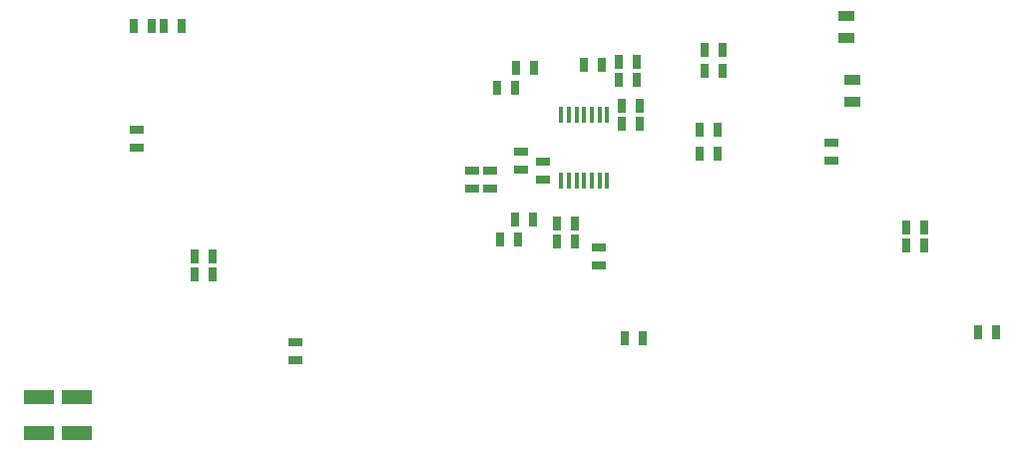
<source format=gbp>
G04 (created by PCBNEW (2013-07-07 BZR 4022)-stable) date 01/02/2015 03:27:20*
%MOIN*%
G04 Gerber Fmt 3.4, Leading zero omitted, Abs format*
%FSLAX34Y34*%
G01*
G70*
G90*
G04 APERTURE LIST*
%ADD10C,0.00590551*%
%ADD11R,0.017X0.055*%
%ADD12R,0.025X0.045*%
%ADD13R,0.045X0.025*%
%ADD14R,0.1X0.05*%
%ADD15R,0.055X0.035*%
G04 APERTURE END LIST*
G54D10*
G54D11*
X63760Y-40100D03*
X63510Y-40100D03*
X63250Y-40100D03*
X63000Y-40100D03*
X62740Y-40100D03*
X62485Y-40100D03*
X62230Y-40100D03*
X62230Y-37900D03*
X62485Y-37900D03*
X62740Y-37900D03*
X63000Y-37900D03*
X63255Y-37900D03*
X63510Y-37900D03*
X63765Y-37900D03*
G54D12*
X64266Y-37598D03*
X64866Y-37598D03*
G54D13*
X61614Y-40063D03*
X61614Y-39463D03*
G54D12*
X64266Y-38188D03*
X64866Y-38188D03*
X73755Y-42244D03*
X74355Y-42244D03*
X74355Y-41653D03*
X73755Y-41653D03*
X49975Y-43228D03*
X50575Y-43228D03*
X50575Y-42637D03*
X49975Y-42637D03*
X62701Y-42125D03*
X62101Y-42125D03*
X62101Y-41535D03*
X62701Y-41535D03*
G54D13*
X71240Y-39414D03*
X71240Y-38814D03*
G54D14*
X46062Y-48513D03*
X46062Y-47313D03*
X44803Y-48513D03*
X44803Y-47313D03*
G54D15*
X71968Y-36711D03*
X71968Y-37461D03*
X71771Y-35335D03*
X71771Y-34585D03*
G54D13*
X48050Y-38400D03*
X48050Y-39000D03*
G54D12*
X48951Y-34921D03*
X49551Y-34921D03*
X47967Y-34921D03*
X48567Y-34921D03*
X60100Y-37000D03*
X60700Y-37000D03*
X66845Y-38385D03*
X67445Y-38385D03*
X66845Y-39173D03*
X67445Y-39173D03*
G54D13*
X59842Y-39759D03*
X59842Y-40359D03*
X59251Y-39759D03*
X59251Y-40359D03*
G54D12*
X60772Y-42047D03*
X60172Y-42047D03*
X61323Y-36318D03*
X60723Y-36318D03*
G54D13*
X63484Y-42318D03*
X63484Y-42918D03*
G54D12*
X67622Y-35728D03*
X67022Y-35728D03*
X64168Y-36712D03*
X64768Y-36712D03*
X64168Y-36122D03*
X64768Y-36122D03*
X67022Y-36417D03*
X67622Y-36417D03*
G54D13*
X60905Y-39109D03*
X60905Y-39709D03*
G54D12*
X61284Y-41377D03*
X60684Y-41377D03*
X62987Y-36220D03*
X63587Y-36220D03*
G54D13*
X53350Y-46100D03*
X53350Y-45500D03*
G54D12*
X64350Y-45350D03*
X64950Y-45350D03*
X76150Y-45150D03*
X76750Y-45150D03*
M02*

</source>
